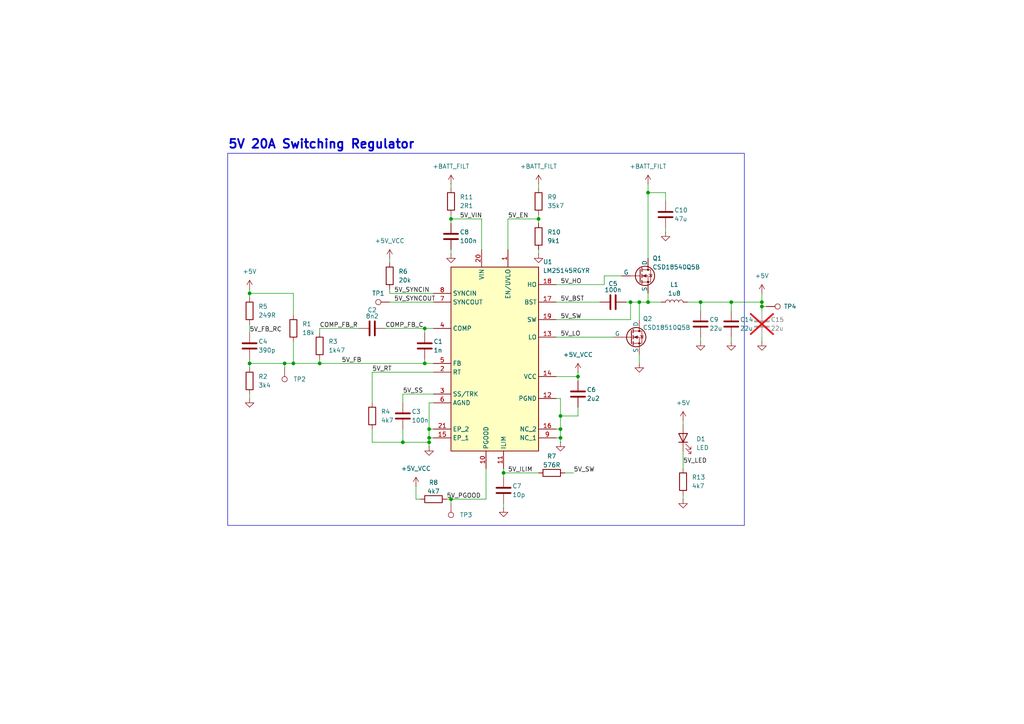
<source format=kicad_sch>
(kicad_sch (version 20250114) (generator "eeschema") (generator_version "9.0")
  (paper "A4")
  (lib_symbols
    (symbol "Connector:TestPoint" (pin_numbers (hide yes)) (pin_names (offset 0.762) (hide yes))
      (property "Reference" "TP" (at 0 6.858 0))
      (property "Value" "TestPoint" (at 0 5.08 0))
      (symbol "TestPoint_0_1"
        (circle (center 0 3.302) (radius 0.762))
      )
      (symbol "TestPoint_1_1"
        (pin passive line (at 0 0 90) (length 2.54) (name "1") (number "1"))
      )
    )
    (symbol "Device:C" (pin_numbers (hide yes)) (pin_names (offset 0.254))
      (property "Reference" "C" (at 0.635 2.54 0))
      (property "Value" "C" (at 0.635 -2.54 0))
      (symbol "C_0_1"
        (polyline (pts (xy -2.032 0.762) (xy 2.032 0.762)) (stroke (width 0.508)))
        (polyline (pts (xy -2.032 -0.762) (xy 2.032 -0.762)) (stroke (width 0.508)))
      )
      (symbol "C_1_1"
        (pin passive line (at 0 3.81 270) (length 2.794) (name "~") (number "1"))
        (pin passive line (at 0 -3.81 90) (length 2.794) (name "~") (number "2"))
      )
    )
    (symbol "Device:L" (pin_numbers (hide yes)) (pin_names (offset 1.016) (hide yes))
      (property "Reference" "L" (at -1.27 0 90))
      (property "Value" "L" (at 1.905 0 90))
      (symbol "L_0_1"
        (arc (start 0 2.54) (mid 0.6323 1.905) (end 0 1.27))
        (arc (start 0 1.27) (mid 0.6323 0.635) (end 0 0))
        (arc (start 0 0) (mid 0.6323 -0.635) (end 0 -1.27))
        (arc (start 0 -1.27) (mid 0.6323 -1.905) (end 0 -2.54))
      )
      (symbol "L_1_1"
        (pin passive line (at 0 3.81 270) (length 1.27) (name "1") (number "1"))
        (pin passive line (at 0 -3.81 90) (length 1.27) (name "2") (number "2"))
      )
    )
    (symbol "Device:LED" (pin_numbers (hide yes)) (pin_names (offset 1.016) (hide yes))
      (property "Reference" "D" (at 0 2.54 0))
      (property "Value" "LED" (at 0 -2.54 0))
      (symbol "LED_0_1"
        (polyline (pts (xy -3.048 -0.762) (xy -4.572 -2.286) (xy -3.81 -2.286) (xy -4.572 -2.286) (xy -4.572 -1.524)))
        (polyline (pts (xy -1.778 -0.762) (xy -3.302 -2.286) (xy -2.54 -2.286) (xy -3.302 -2.286) (xy -3.302 -1.524)))
        (polyline (pts (xy -1.27 0) (xy 1.27 0)))
        (polyline (pts (xy -1.27 -1.27) (xy -1.27 1.27)) (stroke (width 0.254)))
        (polyline (pts (xy 1.27 -1.27) (xy 1.27 1.27) (xy -1.27 0) (xy 1.27 -1.27)) (stroke (width 0.254)))
      )
      (symbol "LED_1_1"
        (pin passive line (at -3.81 0 0) (length 2.54) (name "K") (number "1"))
        (pin passive line (at 3.81 0 180) (length 2.54) (name "A") (number "2"))
      )
    )
    (symbol "Device:R" (pin_numbers (hide yes)) (pin_names (offset 0))
      (property "Reference" "R" (at 2.032 0 90))
      (property "Value" "R" (at 0 0 90))
      (symbol "R_0_1"
        (rectangle (start -1.016 -2.54) (end 1.016 2.54) (stroke (width 0.254)))
      )
      (symbol "R_1_1"
        (pin passive line (at 0 3.81 270) (length 1.27) (name "~") (number "1"))
        (pin passive line (at 0 -3.81 90) (length 1.27) (name "~") (number "2"))
      )
    )
    (symbol "LM25145RGYR:LM25145RGYR"
      (property "Reference" "U?" (at 29.464 25.4 0))
      (property "Value" "LM25145RGYR" (at 29.464 22.86 0))
      (symbol "LM25145RGYR_1_1"
        (rectangle (start 5.08 15.24) (end 30.48 -38.1) (stroke (width 0.254)) (fill (type background)))
        (pin passive line (at 0 7.62 0) (length 5.08) (name "SYNCIN") (number "8"))
        (pin passive line (at 0 5.08 0) (length 5.08) (name "SYNCOUT") (number "7"))
        (pin passive line (at 0 -2.54 0) (length 5.08) (name "COMP") (number "4"))
        (pin passive line (at 0 -12.7 0) (length 5.08) (name "FB") (number "5"))
        (pin passive line (at 0 -15.24 0) (length 5.08) (name "RT") (number "2"))
        (pin passive line (at 0 -21.59 0) (length 5.08) (name "SS/TRK") (number "3"))
        (pin passive line (at 0 -24.13 0) (length 5.08) (name "AGND") (number "6"))
        (pin passive line (at 0 -31.75 0) (length 5.08) (name "EP_2") (number "21"))
        (pin passive line (at 0 -34.29 0) (length 5.08) (name "EP_1") (number "15"))
        (pin passive line (at 13.97 20.32 270) (length 5.08) (name "VIN") (number "20"))
        (pin passive line (at 15.24 -43.18 90) (length 5.08) (name "PGOOD") (number "10"))
        (pin passive line (at 20.32 -43.18 90) (length 5.08) (name "ILIM") (number "11"))
        (pin passive line (at 21.59 20.32 270) (length 5.08) (name "EN/UVLO") (number "1"))
        (pin passive line (at 35.56 10.16 180) (length 5.08) (name "HO") (number "18"))
        (pin passive line (at 35.56 5.08 180) (length 5.08) (name "BST") (number "17"))
        (pin passive line (at 35.56 0 180) (length 5.08) (name "SW") (number "19"))
        (pin passive line (at 35.56 -5.08 180) (length 5.08) (name "LO") (number "13"))
        (pin passive line (at 35.56 -16.51 180) (length 5.08) (name "VCC") (number "14"))
        (pin passive line (at 35.56 -22.86 180) (length 5.08) (name "PGND") (number "12"))
        (pin passive line (at 35.56 -31.75 180) (length 5.08) (name "NC_2") (number "16"))
        (pin passive line (at 35.56 -34.29 180) (length 5.08) (name "NC_1") (number "9"))
      )
    )
    (symbol "Simulation_SPICE:NMOS" (pin_numbers (hide yes)) (pin_names (offset 0))
      (property "Reference" "Q" (at 5.08 1.27 0))
      (property "Value" "NMOS" (at 5.08 -1.27 0))
      (symbol "NMOS_0_1"
        (polyline (pts (xy 0.254 1.905) (xy 0.254 -1.905)) (stroke (width 0.254)))
        (polyline (pts (xy 0.254 0) (xy -2.54 0)))
        (polyline (pts (xy 0.762 2.286) (xy 0.762 1.27)) (stroke (width 0.254)))
        (polyline (pts (xy 0.762 0.508) (xy 0.762 -0.508)) (stroke (width 0.254)))
        (polyline (pts (xy 0.762 -1.27) (xy 0.762 -2.286)) (stroke (width 0.254)))
        (polyline (pts (xy 0.762 -1.778) (xy 3.302 -1.778) (xy 3.302 1.778) (xy 0.762 1.778)))
        (polyline (pts (xy 1.016 0) (xy 2.032 0.381) (xy 2.032 -0.381) (xy 1.016 0)) (fill (type outline)))
        (circle (center 1.651 0) (radius 2.794) (stroke (width 0.254)))
        (polyline (pts (xy 2.54 2.54) (xy 2.54 1.778)))
        (circle (center 2.54 1.778) (radius 0.254) (fill (type outline)))
        (circle (center 2.54 -1.778) (radius 0.254) (fill (type outline)))
        (polyline (pts (xy 2.54 -2.54) (xy 2.54 0) (xy 0.762 0)))
        (polyline (pts (xy 2.794 0.508) (xy 2.921 0.381) (xy 3.683 0.381) (xy 3.81 0.254)))
        (polyline (pts (xy 3.302 0.381) (xy 2.921 -0.254) (xy 3.683 -0.254) (xy 3.302 0.381)))
      )
      (symbol "NMOS_1_1"
        (pin input line (at -5.08 0 0) (length 2.54) (name "G") (number "1"))
        (pin passive line (at 2.54 5.08 270) (length 2.54) (name "D") (number "2"))
        (pin passive line (at 2.54 -5.08 90) (length 2.54) (name "S") (number "3"))
      )
    )
    (symbol "power:+5V" (power) (pin_numbers (hide yes)) (pin_names (offset 0) (hide yes))
      (property "Value" "+5V" (at 0 3.556 0))
      (symbol "+5V_0_1"
        (polyline (pts (xy -0.762 1.27) (xy 0 2.54)))
        (polyline (pts (xy 0 2.54) (xy 0.762 1.27)))
        (polyline (pts (xy 0 0) (xy 0 2.54)))
      )
      (symbol "+5V_1_1"
        (pin power_in line (at 0 0 90) (length 0) (name "~") (number "1"))
      )
    )
    (symbol "power:+BATT" (power) (pin_numbers (hide yes)) (pin_names (offset 0) (hide yes))
      (property "Value" "+BATT" (at 0 3.556 0))
      (symbol "+BATT_0_1"
        (polyline (pts (xy -0.762 1.27) (xy 0 2.54)))
        (polyline (pts (xy 0 2.54) (xy 0.762 1.27)))
        (polyline (pts (xy 0 0) (xy 0 2.54)))
      )
      (symbol "+BATT_1_1"
        (pin power_in line (at 0 0 90) (length 0) (name "~") (number "1"))
      )
    )
    (symbol "power:GND" (power) (pin_numbers (hide yes)) (pin_names (offset 0) (hide yes))
      (property "Value" "GND" (at 0 -3.81 0))
      (symbol "GND_0_1"
        (polyline (pts (xy 0 0) (xy 0 -1.27) (xy 1.27 -1.27) (xy 0 -2.54) (xy -1.27 -1.27) (xy 0 -1.27)))
      )
      (symbol "GND_1_1"
        (pin power_in line (at 0 0 270) (length 0) (name "~") (number "1"))
      )
    )
  )
  (rectangle (start 66.04 44.45) (end 215.9 152.4))
  (text "5V 20A Switching Regulator" (at 66.04 43.434 0) (effects (font (size 2.54 2.54) (thickness 0.508) (bold yes)) (justify left bottom)))
  (junction (at 82.55 105.41))
  (junction (at 124.46 127))
  (junction (at 72.39 105.41))
  (junction (at 92.71 105.41))
  (junction (at 123.19 95.25))
  (junction (at 116.84 128.27))
  (junction (at 212.09 87.63))
  (junction (at 123.19 105.41))
  (junction (at 220.98 88.9))
  (junction (at 72.39 85.09))
  (junction (at 185.42 87.63))
  (junction (at 182.88 87.63))
  (junction (at 167.64 109.22))
  (junction (at 162.56 127))
  (junction (at 162.56 124.46))
  (junction (at 124.46 124.46))
  (junction (at 85.09 105.41))
  (junction (at 124.46 128.27))
  (junction (at 130.81 63.5))
  (junction (at 162.56 120.65))
  (junction (at 130.81 144.78))
  (junction (at 187.96 55.88))
  (junction (at 156.21 63.5))
  (junction (at 146.05 137.16))
  (junction (at 203.2 87.63))
  (junction (at 220.98 87.63))
  (junction (at 187.96 87.63))
  (wire (pts (xy 120.65 144.78) (xy 120.65 140.97)))
  (wire (pts (xy 212.09 87.63) (xy 203.2 87.63)))
  (wire (pts (xy 185.42 102.87) (xy 185.42 105.41)))
  (wire (pts (xy 156.21 53.34) (xy 156.21 54.61)))
  (wire (pts (xy 113.03 74.93) (xy 113.03 76.2)))
  (wire (pts (xy 198.12 130.81) (xy 198.12 135.89)))
  (wire (pts (xy 116.84 114.3) (xy 116.84 116.84)))
  (wire (pts (xy 182.88 87.63) (xy 185.42 87.63)))
  (wire (pts (xy 116.84 114.3) (xy 125.73 114.3)))
  (wire (pts (xy 187.96 87.63) (xy 191.77 87.63)))
  (wire (pts (xy 123.19 95.25) (xy 125.73 95.25)))
  (wire (pts (xy 72.39 85.09) (xy 72.39 83.82)))
  (wire (pts (xy 130.81 144.78) (xy 140.97 144.78)))
  (wire (pts (xy 146.05 135.89) (xy 146.05 137.16)))
  (wire (pts (xy 107.95 107.95) (xy 125.73 107.95)))
  (wire (pts (xy 107.95 128.27) (xy 107.95 124.46)))
  (wire (pts (xy 198.12 143.51) (xy 198.12 144.78)))
  (wire (pts (xy 85.09 85.09) (xy 85.09 91.44)))
  (wire (pts (xy 72.39 93.98) (xy 72.39 96.52)))
  (wire (pts (xy 222.25 88.9) (xy 220.98 88.9)))
  (wire (pts (xy 124.46 129.54) (xy 124.46 128.27)))
  (wire (pts (xy 107.95 116.84) (xy 107.95 107.95)))
  (wire (pts (xy 113.03 87.63) (xy 125.73 87.63)))
  (wire (pts (xy 130.81 63.5) (xy 130.81 64.77)))
  (wire (pts (xy 147.32 63.5) (xy 147.32 72.39)))
  (wire (pts (xy 166.37 137.16) (xy 163.83 137.16)))
  (wire (pts (xy 124.46 127) (xy 125.73 127)))
  (wire (pts (xy 156.21 72.39) (xy 156.21 73.66)))
  (wire (pts (xy 187.96 53.34) (xy 187.96 55.88)))
  (wire (pts (xy 146.05 137.16) (xy 156.21 137.16)))
  (wire (pts (xy 130.81 144.78) (xy 129.54 144.78)))
  (wire (pts (xy 161.29 87.63) (xy 173.99 87.63)))
  (wire (pts (xy 161.29 124.46) (xy 162.56 124.46)))
  (wire (pts (xy 161.29 127) (xy 162.56 127)))
  (wire (pts (xy 175.26 80.01) (xy 180.34 80.01)))
  (wire (pts (xy 146.05 137.16) (xy 146.05 138.43)))
  (wire (pts (xy 203.2 97.79) (xy 203.2 99.06)))
  (wire (pts (xy 130.81 53.34) (xy 130.81 54.61)))
  (wire (pts (xy 167.64 118.11) (xy 167.64 120.65)))
  (wire (pts (xy 193.04 66.04) (xy 193.04 67.31)))
  (wire (pts (xy 162.56 120.65) (xy 162.56 115.57)))
  (wire (pts (xy 120.65 144.78) (xy 121.92 144.78)))
  (wire (pts (xy 130.81 63.5) (xy 139.7 63.5)))
  (wire (pts (xy 193.04 55.88) (xy 193.04 58.42)))
  (wire (pts (xy 212.09 87.63) (xy 212.09 90.17)))
  (wire (pts (xy 147.32 63.5) (xy 156.21 63.5)))
  (wire (pts (xy 82.55 106.68) (xy 82.55 105.41)))
  (wire (pts (xy 162.56 115.57) (xy 161.29 115.57)))
  (wire (pts (xy 187.96 55.88) (xy 187.96 74.93)))
  (wire (pts (xy 161.29 97.79) (xy 177.8 97.79)))
  (wire (pts (xy 161.29 92.71) (xy 182.88 92.71)))
  (wire (pts (xy 162.56 124.46) (xy 162.56 120.65)))
  (wire (pts (xy 72.39 105.41) (xy 82.55 105.41)))
  (wire (pts (xy 124.46 128.27) (xy 116.84 128.27)))
  (wire (pts (xy 156.21 62.23) (xy 156.21 63.5)))
  (wire (pts (xy 92.71 105.41) (xy 123.19 105.41)))
  (wire (pts (xy 123.19 95.25) (xy 123.19 96.52)))
  (wire (pts (xy 124.46 127) (xy 124.46 124.46)))
  (wire (pts (xy 111.76 95.25) (xy 123.19 95.25)))
  (wire (pts (xy 92.71 95.25) (xy 92.71 96.52)))
  (wire (pts (xy 199.39 87.63) (xy 203.2 87.63)))
  (wire (pts (xy 161.29 109.22) (xy 167.64 109.22)))
  (wire (pts (xy 161.29 82.55) (xy 175.26 82.55)))
  (wire (pts (xy 140.97 135.89) (xy 140.97 144.78)))
  (wire (pts (xy 113.03 85.09) (xy 113.03 83.82)))
  (wire (pts (xy 123.19 105.41) (xy 125.73 105.41)))
  (wire (pts (xy 116.84 128.27) (xy 116.84 124.46)))
  (wire (pts (xy 167.64 109.22) (xy 167.64 110.49)))
  (wire (pts (xy 139.7 63.5) (xy 139.7 72.39)))
  (wire (pts (xy 124.46 124.46) (xy 125.73 124.46)))
  (wire (pts (xy 167.64 120.65) (xy 162.56 120.65)))
  (wire (pts (xy 130.81 146.05) (xy 130.81 144.78)))
  (wire (pts (xy 130.81 62.23) (xy 130.81 63.5)))
  (wire (pts (xy 72.39 115.57) (xy 72.39 114.3)))
  (wire (pts (xy 72.39 105.41) (xy 72.39 106.68)))
  (wire (pts (xy 203.2 87.63) (xy 203.2 90.17)))
  (wire (pts (xy 124.46 116.84) (xy 125.73 116.84)))
  (wire (pts (xy 146.05 146.05) (xy 146.05 147.32)))
  (wire (pts (xy 175.26 80.01) (xy 175.26 82.55)))
  (wire (pts (xy 156.21 63.5) (xy 156.21 64.77)))
  (wire (pts (xy 220.98 87.63) (xy 220.98 88.9)))
  (wire (pts (xy 167.64 107.95) (xy 167.64 109.22)))
  (wire (pts (xy 220.98 88.9) (xy 220.98 90.17)))
  (wire (pts (xy 116.84 128.27) (xy 107.95 128.27)))
  (wire (pts (xy 113.03 85.09) (xy 125.73 85.09)))
  (wire (pts (xy 198.12 121.92) (xy 198.12 123.19)))
  (wire (pts (xy 92.71 95.25) (xy 104.14 95.25)))
  (wire (pts (xy 181.61 87.63) (xy 182.88 87.63)))
  (wire (pts (xy 123.19 104.14) (xy 123.19 105.41)))
  (wire (pts (xy 185.42 87.63) (xy 185.42 92.71)))
  (wire (pts (xy 212.09 99.06) (xy 212.09 97.79)))
  (wire (pts (xy 82.55 105.41) (xy 85.09 105.41)))
  (wire (pts (xy 187.96 55.88) (xy 193.04 55.88)))
  (wire (pts (xy 72.39 105.41) (xy 72.39 104.14)))
  (wire (pts (xy 85.09 99.06) (xy 85.09 105.41)))
  (wire (pts (xy 92.71 104.14) (xy 92.71 105.41)))
  (wire (pts (xy 162.56 128.27) (xy 162.56 127)))
  (wire (pts (xy 124.46 128.27) (xy 124.46 127)))
  (wire (pts (xy 130.81 72.39) (xy 130.81 73.66)))
  (wire (pts (xy 187.96 87.63) (xy 187.96 85.09)))
  (wire (pts (xy 124.46 124.46) (xy 124.46 116.84)))
  (wire (pts (xy 182.88 92.71) (xy 182.88 87.63)))
  (wire (pts (xy 162.56 127) (xy 162.56 124.46)))
  (wire (pts (xy 220.98 99.06) (xy 220.98 97.79)))
  (wire (pts (xy 220.98 85.09) (xy 220.98 87.63)))
  (wire (pts (xy 220.98 87.63) (xy 212.09 87.63)))
  (wire (pts (xy 187.96 87.63) (xy 185.42 87.63)))
  (wire (pts (xy 72.39 85.09) (xy 85.09 85.09)))
  (wire (pts (xy 85.09 105.41) (xy 92.71 105.41)))
  (wire (pts (xy 72.39 85.09) (xy 72.39 86.36)))
  (label "5V_EN" (at 147.32 63.5 0))
  (label "5V_RT" (at 107.95 107.95 0))
  (label "5V_BST" (at 162.56 87.63 0))
  (label "COMP_FB_C" (at 111.76 95.25 0))
  (label "COMP_FB_R" (at 92.71 95.25 0))
  (label "5V_SW" (at 166.37 137.16 0))
  (label "5V_SYNCIN" (at 114.3 85.09 0))
  (label "5V_SYNCOUT" (at 114.3 87.63 0))
  (label "5V_VIN" (at 133.35 63.5 0))
  (label "5V_LED" (at 198.12 134.62 0))
  (label "5V_SW" (at 162.56 92.71 0))
  (label "5V_HO" (at 162.56 82.55 0))
  (label "5V_FB_RC" (at 72.39 96.52 0))
  (label "5V_SS" (at 116.84 114.3 0))
  (label "5V_FB" (at 99.06 105.41 0))
  (label "5V_PGOOD" (at 129.54 144.78 0))
  (label "5V_ILIM" (at 147.32 137.16 0))
  (label "5V_LO" (at 162.56 97.79 0))
  (symbol (lib_id "power:+BATT") (at 130.81 53.34 0) (unit 1)
    (property "Reference" "#PWR044" (effects (hide yes)))
    (property "Value" "+BATT_FILT" (at 130.81 48.26 0))
    (property "Description" "Power symbol creates a global label with name \"+BATT\"" (effects (hide yes)))
  )
  (symbol (lib_id "Device:C") (at 116.84 120.65 0) (unit 1)
    (property "Reference" "C3" (at 119.38 119.38 0) (effects (justify left)))
    (property "Value" "100n" (at 119.38 121.92 0) (effects (justify left)))
    (property "Footprint" "Capacitor_SMD:C_0402_1005Metric" (effects (hide yes)))
    (property "Description" "Unpolarized capacitor" (effects (hide yes)))
  )
  (symbol (lib_id "power:GND") (at 220.98 99.06 0) (unit 1)
    (property "Reference" "#PWR058" (effects (hide yes)))
    (property "Value" "GND" (effects (hide yes)))
    (property "Description" "Power symbol creates a global label with name \"GND\" , ground" (effects (hide yes)))
  )
  (symbol (lib_id "Device:R") (at 72.39 110.49 180) (unit 1)
    (property "Reference" "R2" (at 74.93 109.2199 0) (effects (justify right)))
    (property "Value" "3k4" (at 74.93 111.7599 0) (effects (justify right)))
    (property "Footprint" "Resistor_SMD:R_0402_1005Metric" (effects (hide yes)))
    (property "Description" "Resistor" (effects (hide yes)))
  )
  (symbol (lib_id "Device:R") (at 92.71 100.33 180) (unit 1)
    (property "Reference" "R3" (at 95.25 99.0599 0) (effects (justify right)))
    (property "Value" "1k47" (at 95.25 101.5999 0) (effects (justify right)))
    (property "Footprint" "Resistor_SMD:R_0402_1005Metric" (effects (hide yes)))
    (property "Description" "Resistor" (effects (hide yes)))
  )
  (symbol (lib_id "Connector:TestPoint") (at 222.25 88.9 270) (unit 1)
    (property "Reference" "TP4" (at 227.33 88.8999 90) (effects (justify left)))
    (property "Value" "TestPoint" (effects (hide yes)))
    (property "Footprint" "TestPoint:TestPoint_Pad_D1.0mm" (effects (hide yes)))
    (property "Description" "test point" (effects (hide yes)))
  )
  (symbol (lib_id "power:GND") (at 124.46 129.54 0) (unit 1)
    (property "Reference" "#PWR01" (effects (hide yes)))
    (property "Value" "GND" (effects (hide yes)))
    (property "Description" "Power symbol creates a global label with name \"GND\" , ground" (effects (hide yes)))
  )
  (symbol (lib_id "Device:C") (at 130.81 68.58 0) (unit 1)
    (property "Reference" "C8" (at 133.35 67.31 0) (effects (justify left)))
    (property "Value" "100n" (at 133.35 69.85 0) (effects (justify left)))
    (property "Footprint" "Capacitor_SMD:C_0402_1005Metric" (effects (hide yes)))
    (property "Description" "Unpolarized capacitor" (effects (hide yes)))
  )
  (symbol (lib_id "Device:R") (at 85.09 95.25 180) (unit 1)
    (property "Reference" "R1" (at 87.63 93.9799 0) (effects (justify right)))
    (property "Value" "18k" (at 87.63 96.5199 0) (effects (justify right)))
    (property "Footprint" "Resistor_SMD:R_0402_1005Metric" (effects (hide yes)))
    (property "Description" "Resistor" (effects (hide yes)))
  )
  (symbol (lib_id "Device:C") (at 123.19 100.33 0) (unit 1)
    (property "Reference" "C1" (at 125.73 99.06 0) (effects (justify left)))
    (property "Value" "1n" (at 125.73 101.6 0) (effects (justify left)))
    (property "Footprint" "Capacitor_SMD:C_0402_1005Metric" (effects (hide yes)))
    (property "Description" "Unpolarized capacitor" (effects (hide yes)))
  )
  (symbol (lib_id "Device:R") (at 72.39 90.17 180) (unit 1)
    (property "Reference" "R5" (at 74.93 88.8999 0) (effects (justify right)))
    (property "Value" "249R" (at 74.93 91.4399 0) (effects (justify right)))
    (property "Footprint" "Resistor_SMD:R_0402_1005Metric" (effects (hide yes)))
    (property "Description" "Resistor" (effects (hide yes)))
  )
  (symbol (lib_id "Device:L") (at 195.58 87.63 90) (unit 1)
    (property "Reference" "L1" (at 195.58 82.55 90))
    (property "Value" "1u8" (at 195.58 85.09 90))
    (property "Footprint" "125CDMCCDS-1R8MC:Untitled" (effects (hide yes)))
    (property "Datasheet" "https://jlcpcb.com/api/file/downloadByFileSystemAccessId/8589817818599895040" (effects (hide yes)))
    (property "Description" "125CDMCCDS-1R8MC" (effects (hide yes)))
  )
  (symbol (lib_id "Device:LED") (at 198.12 127 90) (unit 1)
    (property "Reference" "D1" (at 201.93 127.3174 90) (effects (justify right)))
    (property "Value" "LED" (at 201.93 129.8574 90) (effects (justify right)))
    (property "Footprint" "LED_SMD:LED_0603_1608Metric" (effects (hide yes)))
    (property "Description" "Light emitting diode" (effects (hide yes)))
    (property "Sim.Pins" "1=K 2=A" (effects (hide yes)))
  )
  (symbol (lib_id "Device:C") (at 212.09 93.98 0) (unit 1)
    (property "Reference" "C14" (at 214.63 92.71 0) (effects (justify left)))
    (property "Value" "22u" (at 214.63 95.25 0) (effects (justify left)))
    (property "Footprint" "Capacitor_SMD:C_1210_3225Metric" (effects (hide yes)))
    (property "Description" "Unpolarized capacitor" (effects (hide yes)))
  )
  (symbol (lib_id "power:+BATT") (at 113.03 74.93 0) (unit 1)
    (property "Reference" "#PWR040" (effects (hide yes)))
    (property "Value" "+5V_VCC" (at 113.03 69.85 0))
    (property "Description" "Power symbol creates a global label with name \"+BATT\"" (effects (hide yes)))
  )
  (symbol (lib_id "power:+BATT") (at 120.65 140.97 0) (unit 1)
    (property "Reference" "#PWR041" (effects (hide yes)))
    (property "Value" "+5V_VCC" (at 120.65 135.89 0))
    (property "Description" "Power symbol creates a global label with name \"+BATT\"" (effects (hide yes)))
  )
  (symbol (lib_id "power:GND") (at 72.39 115.57 0) (unit 1)
    (property "Reference" "#PWR029" (effects (hide yes)))
    (property "Value" "GND" (effects (hide yes)))
    (property "Description" "Power symbol creates a global label with name \"GND\" , ground" (effects (hide yes)))
  )
  (symbol (lib_id "Device:C") (at 146.05 142.24 0) (unit 1)
    (property "Reference" "C7" (at 148.59 140.97 0) (effects (justify left)))
    (property "Value" "10p" (at 148.59 143.51 0) (effects (justify left)))
    (property "Footprint" "Capacitor_SMD:C_0402_1005Metric" (effects (hide yes)))
    (property "Description" "Unpolarized capacitor" (effects (hide yes)))
  )
  (symbol (lib_id "power:+5V") (at 72.39 83.82 0) (unit 1)
    (property "Reference" "#PWR037" (effects (hide yes)))
    (property "Value" "+5V" (at 72.39 78.74 0))
    (property "Description" "Power symbol creates a global label with name \"+5V\"" (effects (hide yes)))
  )
  (symbol (lib_id "power:GND") (at 130.81 73.66 0) (unit 1)
    (property "Reference" "#PWR045" (effects (hide yes)))
    (property "Value" "GND" (effects (hide yes)))
    (property "Description" "Power symbol creates a global label with name \"GND\" , ground" (effects (hide yes)))
  )
  (symbol (lib_id "Device:C") (at 167.64 114.3 0) (unit 1)
    (property "Reference" "C6" (at 170.18 113.03 0) (effects (justify left)))
    (property "Value" "2u2" (at 170.18 115.57 0) (effects (justify left)))
    (property "Footprint" "Capacitor_SMD:C_0402_1005Metric" (effects (hide yes)))
    (property "Description" "Unpolarized capacitor" (effects (hide yes)))
  )
  (symbol (lib_id "power:GND") (at 193.04 67.31 0) (unit 1)
    (property "Reference" "#PWR048" (effects (hide yes)))
    (property "Value" "GND" (effects (hide yes)))
    (property "Description" "Power symbol creates a global label with name \"GND\" , ground" (effects (hide yes)))
  )
  (symbol (lib_id "Device:C") (at 72.39 100.33 0) (unit 1)
    (property "Reference" "C4" (at 74.93 99.06 0) (effects (justify left)))
    (property "Value" "390p" (at 74.93 101.6 0) (effects (justify left)))
    (property "Footprint" "Capacitor_SMD:C_0402_1005Metric" (effects (hide yes)))
    (property "Description" "Unpolarized capacitor" (effects (hide yes)))
  )
  (symbol (lib_id "power:+BATT") (at 198.12 121.92 0) (unit 1)
    (property "Reference" "#PWR060" (effects (hide yes)))
    (property "Value" "+5V" (at 198.12 116.84 0))
    (property "Description" "Power symbol creates a global label with name \"+BATT\"" (effects (hide yes)))
  )
  (symbol (lib_id "Device:R") (at 125.73 144.78 270) (unit 1)
    (property "Reference" "R8" (at 125.73 139.954 90))
    (property "Value" "4k7" (at 125.73 142.494 90))
    (property "Footprint" "Resistor_SMD:R_0402_1005Metric" (effects (hide yes)))
    (property "Description" "Resistor" (effects (hide yes)))
  )
  (symbol (lib_id "Simulation_SPICE:NMOS") (at 185.42 80.01 0) (unit 1)
    (property "Reference" "Q1" (at 189.23 74.93 0) (effects (justify left)))
    (property "Value" "CSD18540Q5B" (at 189.23 77.47 0) (effects (justify left)))
    (property "Footprint" "CSD18540Q5B:CSD18540Q5B" (effects (hide yes)))
    (property "Datasheet" "https://ngspice.sourceforge.io/docs/ngspice-html-manual/manual.xhtml#cha_MOSFETs" (effects (hide yes)))
    (property "Description" "N-MOSFET transistor, drain/source/gate" (effects (hide yes)))
    (property "Sim.Device" "NMOS" (effects (hide yes)))
    (property "Sim.Type" "VDMOS" (effects (hide yes)))
    (property "Sim.Pins" "1=D 2=G 3=S" (effects (hide yes)))
  )
  (symbol (lib_id "Device:R") (at 130.81 58.42 180) (unit 1)
    (property "Reference" "R11" (at 133.35 57.1499 0) (effects (justify right)))
    (property "Value" "2R1" (at 133.35 59.6899 0) (effects (justify right)))
    (property "Footprint" "Resistor_SMD:R_0402_1005Metric" (effects (hide yes)))
    (property "Description" "Resistor" (effects (hide yes)))
  )
  (symbol (lib_id "power:+BATT") (at 167.64 107.95 0) (unit 1)
    (property "Reference" "#PWR038" (effects (hide yes)))
    (property "Value" "+5V_VCC" (at 167.64 102.87 0))
    (property "Description" "Power symbol creates a global label with name \"+BATT\"" (effects (hide yes)))
  )
  (symbol (lib_id "LM25145RGYR:LM25145RGYR") (at 125.73 92.71 0) (unit 1)
    (property "Reference" "U1" (at 157.48 75.946 0) (effects (justify left)))
    (property "Value" "LM25145RGYR" (at 157.48 78.486 0) (effects (justify left)))
    (property "Footprint" "LM24145RGYR:RGY0020B" (effects (hide yes)))
    (property "Datasheet" "http://www.ti.com/lit/ds/symlink/lm25145.pdf" (effects (hide yes)))
    (property "Description" "Switching Controllers 6V to 42V Synchronous Buck DC-DC Controller With Wide Duty Cycle Range 20-VQFN -40 to 125" (effects (hide yes)))
    (property "Manufacturer_Name" "Texas Instruments" (effects (hide yes)))
    (property "Manufacturer_Part_Number" "LM25145RGYR" (effects (hide yes)))
    (property "Mouser Part Number" "595-LM25145RGYR" (effects (hide yes)))
    (property "Mouser Price/Stock" "https://www.mouser.co.uk/ProductDetail/Texas-Instruments/LM25145RGYR?qs=HXFqYaX1Q2xVAiMeaqYHGA%3D%3D" (effects (hide yes)))
    (property "Arrow Part Number" "LM25145RGYR" (effects (hide yes)))
    (property "Arrow Price/Stock" "https://www.arrow.com/en/products/lm25145rgyr/texas-instruments?region=nac" (effects (hide yes)))
  )
  (symbol (lib_id "Simulation_SPICE:NMOS") (at 182.88 97.79 0) (unit 1)
    (property "Reference" "Q2" (at 186.436 92.456 0) (effects (justify left)))
    (property "Value" "CSD18510Q5B" (at 186.436 94.996 0) (effects (justify left)))
    (property "Footprint" "CSD18510Q5B:CSD18540Q5BT" (effects (hide yes)))
    (property "Datasheet" "https://ngspice.sourceforge.io/docs/ngspice-html-manual/manual.xhtml#cha_MOSFETs" (effects (hide yes)))
    (property "Description" "N-MOSFET transistor, drain/source/gate" (effects (hide yes)))
    (property "Sim.Device" "NMOS" (effects (hide yes)))
    (property "Sim.Type" "VDMOS" (effects (hide yes)))
    (property "Sim.Pins" "1=D 2=G 3=S" (effects (hide yes)))
  )
  (symbol (lib_id "power:+BATT") (at 156.21 53.34 0) (unit 1)
    (property "Reference" "#PWR042" (effects (hide yes)))
    (property "Value" "+BATT_FILT" (at 156.21 48.26 0))
    (property "Description" "Power symbol creates a global label with name \"+BATT\"" (effects (hide yes)))
  )
  (symbol (lib_id "Device:C") (at 107.95 95.25 90) (unit 1)
    (property "Reference" "C2" (at 107.95 89.916 90))
    (property "Value" "8n2" (at 107.95 91.694 90))
    (property "Footprint" "Capacitor_SMD:C_0402_1005Metric" (effects (hide yes)))
    (property "Description" "Unpolarized capacitor" (effects (hide yes)))
  )
  (symbol (lib_id "Device:R") (at 113.03 80.01 180) (unit 1)
    (property "Reference" "R6" (at 115.57 78.7399 0) (effects (justify right)))
    (property "Value" "20k" (at 115.57 81.2799 0) (effects (justify right)))
    (property "Footprint" "Resistor_SMD:R_0402_1005Metric" (effects (hide yes)))
    (property "Description" "Resistor" (effects (hide yes)))
  )
  (symbol (lib_id "Connector:TestPoint") (at 82.55 106.68 180) (unit 1)
    (property "Reference" "TP2" (at 85.09 109.9819 0) (effects (justify right)))
    (property "Value" "TestPoint" (effects (hide yes)))
    (property "Footprint" "TestPoint:TestPoint_Pad_D1.0mm" (effects (hide yes)))
    (property "Description" "test point" (effects (hide yes)))
  )
  (symbol (lib_id "Device:C") (at 193.04 62.23 0) (unit 1)
    (property "Reference" "C10" (at 195.58 60.96 0) (effects (justify left)))
    (property "Value" "47u" (at 195.58 63.5 0) (effects (justify left)))
    (property "Footprint" "Capacitor_SMD:C_1210_3225Metric" (effects (hide yes)))
    (property "Description" "Unpolarized capacitor" (effects (hide yes)))
  )
  (symbol (lib_id "Device:C") (at 220.98 93.98 0) (unit 1) (in_bom no) (dnp yes)
    (property "Reference" "C15" (at 223.52 92.71 0) (effects (justify left)))
    (property "Value" "22u" (at 223.52 95.25 0) (effects (justify left)))
    (property "Footprint" "Capacitor_SMD:C_1210_3225Metric" (effects (hide yes)))
    (property "Description" "Unpolarized capacitor" (effects (hide yes)))
  )
  (symbol (lib_id "power:+BATT") (at 187.96 53.34 0) (unit 1)
    (property "Reference" "#PWR028" (effects (hide yes)))
    (property "Value" "+BATT_FILT" (at 187.96 48.26 0))
    (property "Description" "Power symbol creates a global label with name \"+BATT\"" (effects (hide yes)))
  )
  (symbol (lib_id "Device:R") (at 107.95 120.65 180) (unit 1)
    (property "Reference" "R4" (at 110.49 119.3799 0) (effects (justify right)))
    (property "Value" "4k7" (at 110.49 121.9199 0) (effects (justify right)))
    (property "Footprint" "Resistor_SMD:R_0402_1005Metric" (effects (hide yes)))
    (property "Description" "Resistor" (effects (hide yes)))
  )
  (symbol (lib_id "Device:R") (at 198.12 139.7 180) (unit 1)
    (property "Reference" "R13" (at 200.66 138.4299 0) (effects (justify right)))
    (property "Value" "4k7" (at 200.66 140.9699 0) (effects (justify right)))
    (property "Footprint" "Resistor_SMD:R_0402_1005Metric" (effects (hide yes)))
    (property "Description" "Resistor" (effects (hide yes)))
  )
  (symbol (lib_id "power:GND") (at 185.42 105.41 0) (unit 1)
    (property "Reference" "#PWR026" (effects (hide yes)))
    (property "Value" "GND" (effects (hide yes)))
    (property "Description" "Power symbol creates a global label with name \"GND\" , ground" (effects (hide yes)))
  )
  (symbol (lib_id "Device:C") (at 177.8 87.63 90) (unit 1)
    (property "Reference" "C5" (at 177.8 82.296 90))
    (property "Value" "100n" (at 177.8 84.074 90))
    (property "Footprint" "Resistor_SMD:R_0402_1005Metric" (effects (hide yes)))
    (property "Description" "Unpolarized capacitor" (effects (hide yes)))
  )
  (symbol (lib_id "Connector:TestPoint") (at 113.03 87.63 90) (unit 1)
    (property "Reference" "TP1" (at 109.728 85.09 90))
    (property "Value" "TestPoint" (effects (hide yes)))
    (property "Footprint" "TestPoint:TestPoint_Pad_D1.0mm" (effects (hide yes)))
    (property "Description" "test point" (effects (hide yes)))
  )
  (symbol (lib_id "Device:R") (at 156.21 58.42 180) (unit 1)
    (property "Reference" "R9" (at 158.75 57.1499 0) (effects (justify right)))
    (property "Value" "35k7" (at 158.75 59.6899 0) (effects (justify right)))
    (property "Footprint" "Resistor_SMD:R_0402_1005Metric" (effects (hide yes)))
    (property "Description" "Resistor" (effects (hide yes)))
  )
  (symbol (lib_id "power:GND") (at 162.56 128.27 0) (unit 1)
    (property "Reference" "#PWR036" (effects (hide yes)))
    (property "Value" "GND" (effects (hide yes)))
    (property "Description" "Power symbol creates a global label with name \"GND\" , ground" (effects (hide yes)))
  )
  (symbol (lib_id "power:GND") (at 203.2 99.06 0) (unit 1)
    (property "Reference" "#PWR047" (effects (hide yes)))
    (property "Value" "GND" (effects (hide yes)))
    (property "Description" "Power symbol creates a global label with name \"GND\" , ground" (effects (hide yes)))
  )
  (symbol (lib_id "Device:C") (at 203.2 93.98 0) (unit 1)
    (property "Reference" "C9" (at 205.74 92.71 0) (effects (justify left)))
    (property "Value" "22u" (at 205.74 95.25 0) (effects (justify left)))
    (property "Footprint" "Capacitor_SMD:C_1210_3225Metric" (effects (hide yes)))
    (property "Description" "Unpolarized capacitor" (effects (hide yes)))
  )
  (symbol (lib_id "power:GND") (at 146.05 147.32 0) (unit 1)
    (property "Reference" "#PWR039" (effects (hide yes)))
    (property "Value" "GND" (effects (hide yes)))
    (property "Description" "Power symbol creates a global label with name \"GND\" , ground" (effects (hide yes)))
  )
  (symbol (lib_id "Device:R") (at 160.02 137.16 270) (unit 1)
    (property "Reference" "R7" (at 160.02 132.334 90))
    (property "Value" "576R" (at 160.02 134.874 90))
    (property "Footprint" "Resistor_SMD:R_0402_1005Metric" (effects (hide yes)))
    (property "Description" "Resistor" (effects (hide yes)))
  )
  (symbol (lib_id "power:GND") (at 212.09 99.06 0) (unit 1)
    (property "Reference" "#PWR057" (effects (hide yes)))
    (property "Value" "GND" (effects (hide yes)))
    (property "Description" "Power symbol creates a global label with name \"GND\" , ground" (effects (hide yes)))
  )
  (symbol (lib_id "Connector:TestPoint") (at 130.81 146.05 180) (unit 1)
    (property "Reference" "TP3" (at 133.35 149.3519 0) (effects (justify right)))
    (property "Value" "TestPoint" (effects (hide yes)))
    (property "Footprint" "TestPoint:TestPoint_Pad_D1.0mm" (effects (hide yes)))
    (property "Description" "test point" (effects (hide yes)))
  )
  (symbol (lib_id "power:GND") (at 156.21 73.66 0) (unit 1)
    (property "Reference" "#PWR043" (effects (hide yes)))
    (property "Value" "GND" (effects (hide yes)))
    (property "Description" "Power symbol creates a global label with name \"GND\" , ground" (effects (hide yes)))
  )
  (symbol (lib_id "power:GND") (at 198.12 144.78 0) (unit 1)
    (property "Reference" "#PWR061" (effects (hide yes)))
    (property "Value" "GND" (effects (hide yes)))
    (property "Description" "Power symbol creates a global label with name \"GND\" , ground" (effects (hide yes)))
  )
  (symbol (lib_id "power:+5V") (at 220.98 85.09 0) (unit 1)
    (property "Reference" "#PWR046" (effects (hide yes)))
    (property "Value" "+5V" (at 220.98 80.01 0))
    (property "Description" "Power symbol creates a global label with name \"+5V\"" (effects (hide yes)))
  )
  (symbol (lib_id "Device:R") (at 156.21 68.58 180) (unit 1)
    (property "Reference" "R10" (at 158.75 67.3099 0) (effects (justify right)))
    (property "Value" "9k1" (at 158.75 69.8499 0) (effects (justify right)))
    (property "Footprint" "Resistor_SMD:R_0402_1005Metric" (effects (hide yes)))
    (property "Description" "Resistor" (effects (hide yes)))
  )
)
</source>
